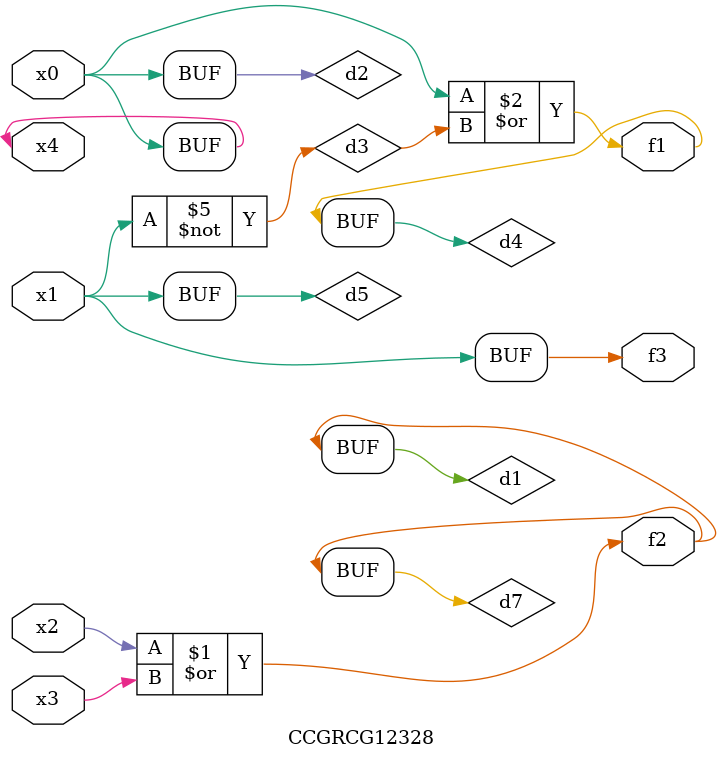
<source format=v>
module CCGRCG12328(
	input x0, x1, x2, x3, x4,
	output f1, f2, f3
);

	wire d1, d2, d3, d4, d5, d6, d7;

	or (d1, x2, x3);
	buf (d2, x0, x4);
	not (d3, x1);
	or (d4, d2, d3);
	not (d5, d3);
	nand (d6, d1, d3);
	or (d7, d1);
	assign f1 = d4;
	assign f2 = d7;
	assign f3 = d5;
endmodule

</source>
